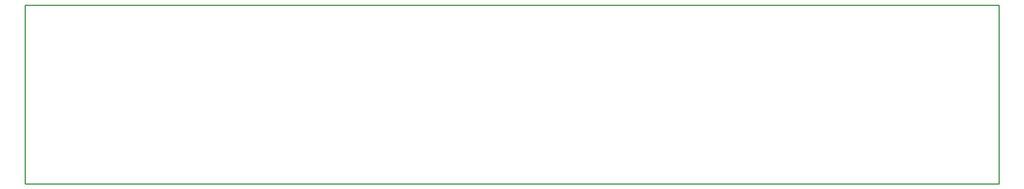
<source format=gm1>
G04 Layer_Color=16711935*
%FSLAX25Y25*%
%MOIN*%
G70*
G01*
G75*
%ADD10C,0.01000*%
D10*
X0Y-150331D02*
Y0D01*
Y-150331D02*
X816400D01*
Y-68D01*
X0Y0D02*
X816400D01*
M02*

</source>
